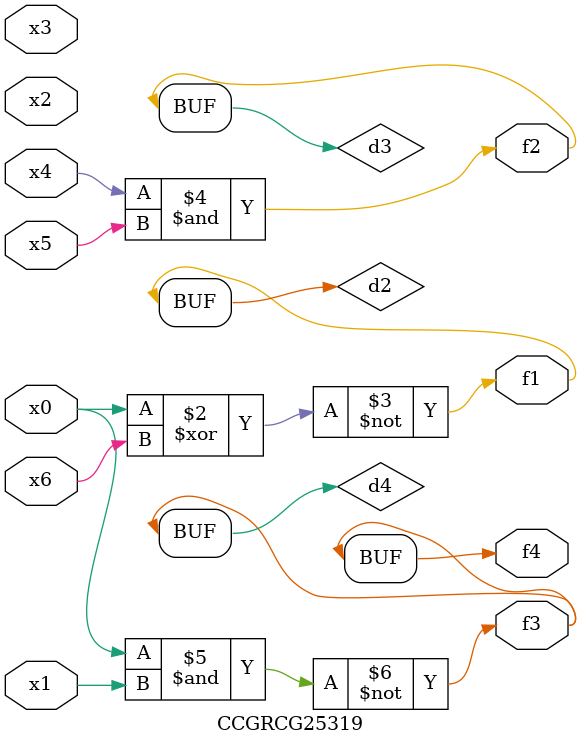
<source format=v>
module CCGRCG25319(
	input x0, x1, x2, x3, x4, x5, x6,
	output f1, f2, f3, f4
);

	wire d1, d2, d3, d4;

	nor (d1, x0);
	xnor (d2, x0, x6);
	and (d3, x4, x5);
	nand (d4, x0, x1);
	assign f1 = d2;
	assign f2 = d3;
	assign f3 = d4;
	assign f4 = d4;
endmodule

</source>
